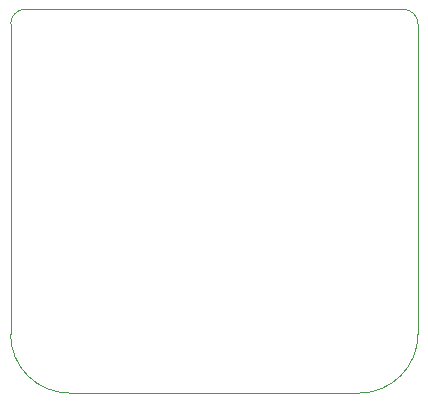
<source format=gbr>
%TF.GenerationSoftware,KiCad,Pcbnew,8.0.8*%
%TF.CreationDate,2025-02-10T21:19:24-08:00*%
%TF.ProjectId,Motor_Adapt_M,4d6f746f-725f-4416-9461-70745f4d2e6b,rev?*%
%TF.SameCoordinates,Original*%
%TF.FileFunction,Profile,NP*%
%FSLAX46Y46*%
G04 Gerber Fmt 4.6, Leading zero omitted, Abs format (unit mm)*
G04 Created by KiCad (PCBNEW 8.0.8) date 2025-02-10 21:19:24*
%MOMM*%
%LPD*%
G01*
G04 APERTURE LIST*
%TA.AperFunction,Profile*%
%ADD10C,0.050000*%
%TD*%
G04 APERTURE END LIST*
D10*
X61000000Y-66750000D02*
X36500000Y-66750000D01*
X66000000Y-61750000D02*
G75*
G02*
X61000000Y-66750000I-5000000J0D01*
G01*
X66000000Y-35500000D02*
X66000000Y-61750000D01*
X36500000Y-66750000D02*
G75*
G02*
X31500000Y-61750000I0J5000000D01*
G01*
X31500000Y-61750000D02*
X31500000Y-35500000D01*
X32750000Y-34250000D02*
X64750000Y-34250000D01*
X64750000Y-34250000D02*
G75*
G02*
X66000000Y-35500000I0J-1250000D01*
G01*
X31500000Y-35500000D02*
G75*
G02*
X32750000Y-34250000I1250000J0D01*
G01*
M02*

</source>
